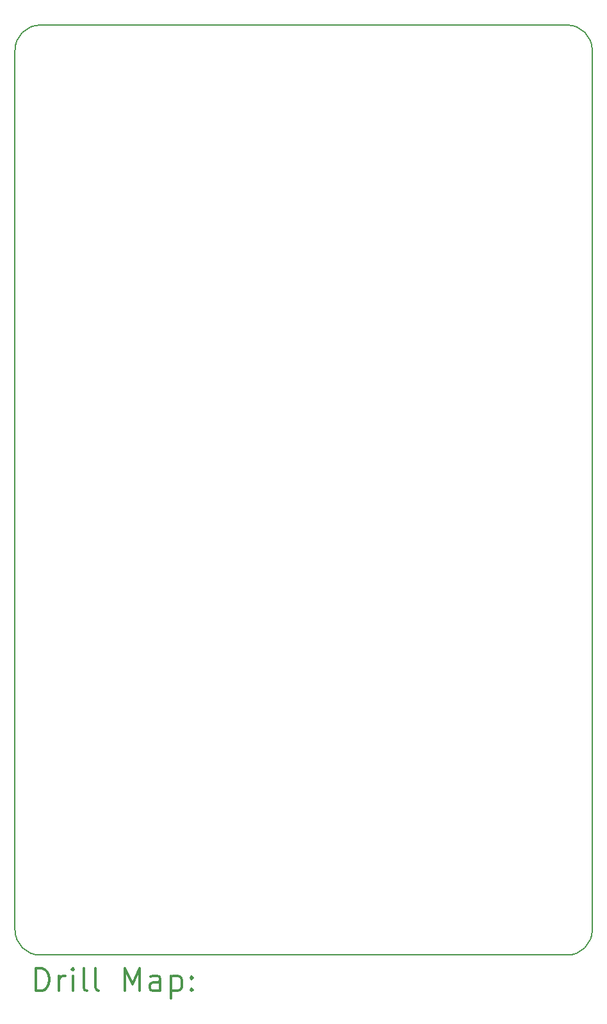
<source format=gbr>
%FSLAX45Y45*%
G04 Gerber Fmt 4.5, Leading zero omitted, Abs format (unit mm)*
G04 Created by KiCad (PCBNEW 5.1.10-88a1d61d58~90~ubuntu21.04.1) date 2021-08-17 12:33:04*
%MOMM*%
%LPD*%
G01*
G04 APERTURE LIST*
%TA.AperFunction,Profile*%
%ADD10C,0.150000*%
%TD*%
%ADD11C,0.200000*%
%ADD12C,0.300000*%
G04 APERTURE END LIST*
D10*
X10897754Y-13790174D02*
G75*
G02*
X10567042Y-13459461I0J330712D01*
G01*
X18199670Y-13459461D02*
G75*
G02*
X17868958Y-13790174I-330712J0D01*
G01*
X17868958Y-1510174D02*
G75*
G02*
X18199670Y-1840886I0J-330712D01*
G01*
X10567042Y-1840886D02*
G75*
G02*
X10897754Y-1510174I330712J0D01*
G01*
X10567042Y-13459461D02*
X10567042Y-1840886D01*
X10897754Y-1510174D02*
X17868958Y-1510174D01*
X18199670Y-1840886D02*
X18199670Y-13459461D01*
X17868958Y-13790174D02*
X10897754Y-13790174D01*
D11*
D12*
X10845971Y-14263388D02*
X10845971Y-13963388D01*
X10917399Y-13963388D01*
X10960256Y-13977674D01*
X10988828Y-14006245D01*
X11003113Y-14034817D01*
X11017399Y-14091959D01*
X11017399Y-14134817D01*
X11003113Y-14191959D01*
X10988828Y-14220531D01*
X10960256Y-14249102D01*
X10917399Y-14263388D01*
X10845971Y-14263388D01*
X11145971Y-14263388D02*
X11145971Y-14063388D01*
X11145971Y-14120531D02*
X11160256Y-14091959D01*
X11174542Y-14077674D01*
X11203113Y-14063388D01*
X11231685Y-14063388D01*
X11331685Y-14263388D02*
X11331685Y-14063388D01*
X11331685Y-13963388D02*
X11317399Y-13977674D01*
X11331685Y-13991959D01*
X11345970Y-13977674D01*
X11331685Y-13963388D01*
X11331685Y-13991959D01*
X11517399Y-14263388D02*
X11488828Y-14249102D01*
X11474542Y-14220531D01*
X11474542Y-13963388D01*
X11674542Y-14263388D02*
X11645970Y-14249102D01*
X11631685Y-14220531D01*
X11631685Y-13963388D01*
X12017399Y-14263388D02*
X12017399Y-13963388D01*
X12117399Y-14177674D01*
X12217399Y-13963388D01*
X12217399Y-14263388D01*
X12488828Y-14263388D02*
X12488828Y-14106245D01*
X12474542Y-14077674D01*
X12445970Y-14063388D01*
X12388828Y-14063388D01*
X12360256Y-14077674D01*
X12488828Y-14249102D02*
X12460256Y-14263388D01*
X12388828Y-14263388D01*
X12360256Y-14249102D01*
X12345970Y-14220531D01*
X12345970Y-14191959D01*
X12360256Y-14163388D01*
X12388828Y-14149102D01*
X12460256Y-14149102D01*
X12488828Y-14134817D01*
X12631685Y-14063388D02*
X12631685Y-14363388D01*
X12631685Y-14077674D02*
X12660256Y-14063388D01*
X12717399Y-14063388D01*
X12745970Y-14077674D01*
X12760256Y-14091959D01*
X12774542Y-14120531D01*
X12774542Y-14206245D01*
X12760256Y-14234817D01*
X12745970Y-14249102D01*
X12717399Y-14263388D01*
X12660256Y-14263388D01*
X12631685Y-14249102D01*
X12903113Y-14234817D02*
X12917399Y-14249102D01*
X12903113Y-14263388D01*
X12888828Y-14249102D01*
X12903113Y-14234817D01*
X12903113Y-14263388D01*
X12903113Y-14077674D02*
X12917399Y-14091959D01*
X12903113Y-14106245D01*
X12888828Y-14091959D01*
X12903113Y-14077674D01*
X12903113Y-14106245D01*
M02*

</source>
